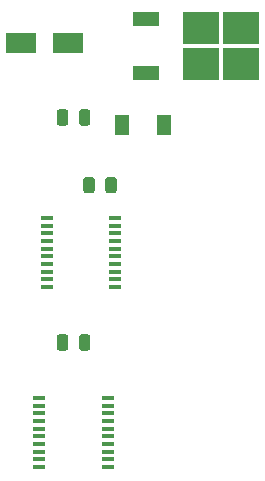
<source format=gtp>
G04 #@! TF.GenerationSoftware,KiCad,Pcbnew,(5.1.10)-1*
G04 #@! TF.CreationDate,2021-07-28T22:28:55+09:30*
G04 #@! TF.ProjectId,FilestoreE01-SSD,46696c65-7374-46f7-9265-4530312d5353,rev?*
G04 #@! TF.SameCoordinates,Original*
G04 #@! TF.FileFunction,Paste,Top*
G04 #@! TF.FilePolarity,Positive*
%FSLAX46Y46*%
G04 Gerber Fmt 4.6, Leading zero omitted, Abs format (unit mm)*
G04 Created by KiCad (PCBNEW (5.1.10)-1) date 2021-07-28 22:28:55*
%MOMM*%
%LPD*%
G01*
G04 APERTURE LIST*
%ADD10R,3.050000X2.750000*%
%ADD11R,2.200000X1.200000*%
%ADD12R,1.000000X0.400000*%
%ADD13R,2.500000X1.800000*%
%ADD14R,1.300000X1.700000*%
G04 APERTURE END LIST*
D10*
X165735000Y-69090000D03*
X169085000Y-66040000D03*
X165735000Y-66040000D03*
X169085000Y-69090000D03*
D11*
X161110000Y-69845000D03*
X161110000Y-65285000D03*
D12*
X157840000Y-97405000D03*
X157840000Y-98055000D03*
X157840000Y-98705000D03*
X157840000Y-99355000D03*
X157840000Y-100005000D03*
X157840000Y-100655000D03*
X157840000Y-101305000D03*
X157840000Y-101955000D03*
X157840000Y-102605000D03*
X157840000Y-103255000D03*
X152040000Y-103255000D03*
X152040000Y-102605000D03*
X152040000Y-101955000D03*
X152040000Y-101305000D03*
X152040000Y-100655000D03*
X152040000Y-100005000D03*
X152040000Y-99355000D03*
X152040000Y-98705000D03*
X152040000Y-98055000D03*
X152040000Y-97405000D03*
X158475000Y-82165000D03*
X158475000Y-82815000D03*
X158475000Y-83465000D03*
X158475000Y-84115000D03*
X158475000Y-84765000D03*
X158475000Y-85415000D03*
X158475000Y-86065000D03*
X158475000Y-86715000D03*
X158475000Y-87365000D03*
X158475000Y-88015000D03*
X152675000Y-88015000D03*
X152675000Y-87365000D03*
X152675000Y-86715000D03*
X152675000Y-86065000D03*
X152675000Y-85415000D03*
X152675000Y-84765000D03*
X152675000Y-84115000D03*
X152675000Y-83465000D03*
X152675000Y-82815000D03*
X152675000Y-82165000D03*
D13*
X154495000Y-67310000D03*
X150495000Y-67310000D03*
G36*
G01*
X154490000Y-73203750D02*
X154490000Y-74116250D01*
G75*
G02*
X154246250Y-74360000I-243750J0D01*
G01*
X153758750Y-74360000D01*
G75*
G02*
X153515000Y-74116250I0J243750D01*
G01*
X153515000Y-73203750D01*
G75*
G02*
X153758750Y-72960000I243750J0D01*
G01*
X154246250Y-72960000D01*
G75*
G02*
X154490000Y-73203750I0J-243750D01*
G01*
G37*
G36*
G01*
X156365000Y-73203750D02*
X156365000Y-74116250D01*
G75*
G02*
X156121250Y-74360000I-243750J0D01*
G01*
X155633750Y-74360000D01*
G75*
G02*
X155390000Y-74116250I0J243750D01*
G01*
X155390000Y-73203750D01*
G75*
G02*
X155633750Y-72960000I243750J0D01*
G01*
X156121250Y-72960000D01*
G75*
G02*
X156365000Y-73203750I0J-243750D01*
G01*
G37*
G36*
G01*
X156727500Y-78918750D02*
X156727500Y-79831250D01*
G75*
G02*
X156483750Y-80075000I-243750J0D01*
G01*
X155996250Y-80075000D01*
G75*
G02*
X155752500Y-79831250I0J243750D01*
G01*
X155752500Y-78918750D01*
G75*
G02*
X155996250Y-78675000I243750J0D01*
G01*
X156483750Y-78675000D01*
G75*
G02*
X156727500Y-78918750I0J-243750D01*
G01*
G37*
G36*
G01*
X158602500Y-78918750D02*
X158602500Y-79831250D01*
G75*
G02*
X158358750Y-80075000I-243750J0D01*
G01*
X157871250Y-80075000D01*
G75*
G02*
X157627500Y-79831250I0J243750D01*
G01*
X157627500Y-78918750D01*
G75*
G02*
X157871250Y-78675000I243750J0D01*
G01*
X158358750Y-78675000D01*
G75*
G02*
X158602500Y-78918750I0J-243750D01*
G01*
G37*
G36*
G01*
X154490000Y-92253750D02*
X154490000Y-93166250D01*
G75*
G02*
X154246250Y-93410000I-243750J0D01*
G01*
X153758750Y-93410000D01*
G75*
G02*
X153515000Y-93166250I0J243750D01*
G01*
X153515000Y-92253750D01*
G75*
G02*
X153758750Y-92010000I243750J0D01*
G01*
X154246250Y-92010000D01*
G75*
G02*
X154490000Y-92253750I0J-243750D01*
G01*
G37*
G36*
G01*
X156365000Y-92253750D02*
X156365000Y-93166250D01*
G75*
G02*
X156121250Y-93410000I-243750J0D01*
G01*
X155633750Y-93410000D01*
G75*
G02*
X155390000Y-93166250I0J243750D01*
G01*
X155390000Y-92253750D01*
G75*
G02*
X155633750Y-92010000I243750J0D01*
G01*
X156121250Y-92010000D01*
G75*
G02*
X156365000Y-92253750I0J-243750D01*
G01*
G37*
D14*
X159060000Y-74295000D03*
X162560000Y-74295000D03*
M02*

</source>
